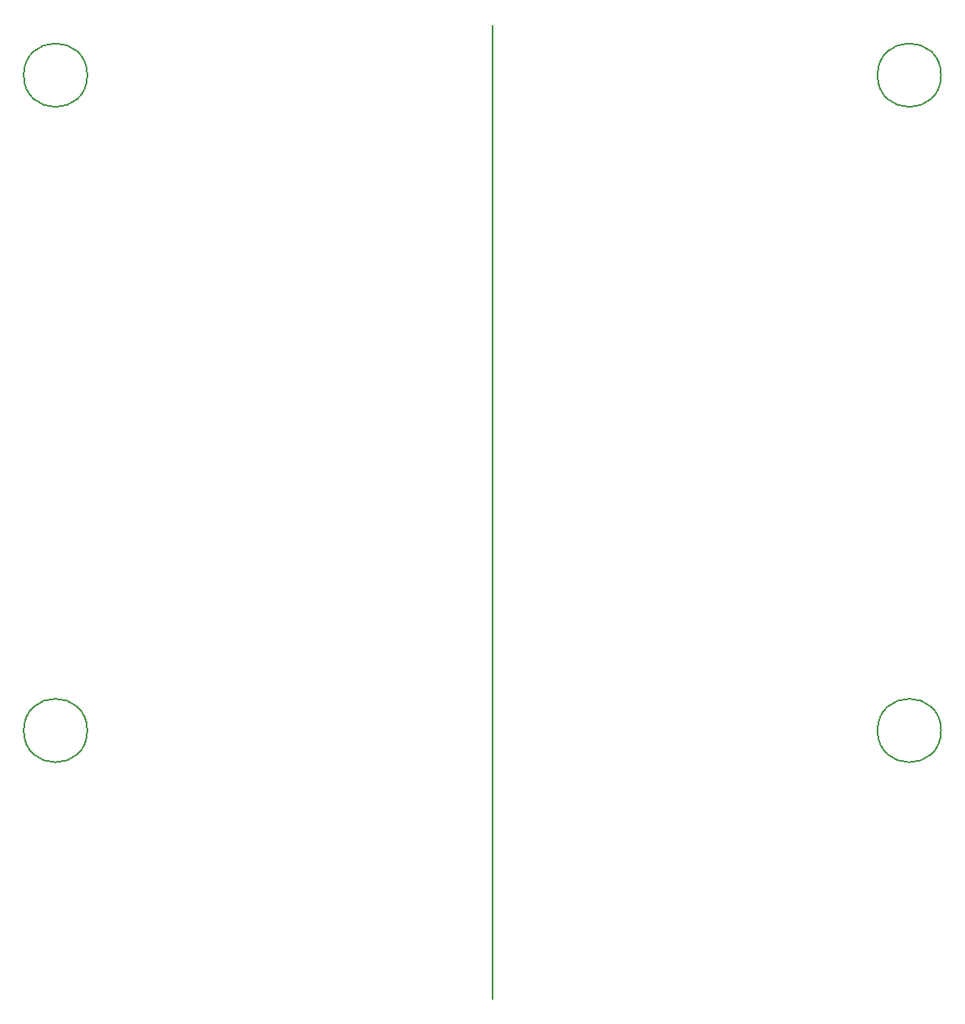
<source format=gbr>
G04 #@! TF.FileFunction,Other,Comment*
%FSLAX46Y46*%
G04 Gerber Fmt 4.6, Leading zero omitted, Abs format (unit mm)*
G04 Created by KiCad (PCBNEW 4.0.2-stable) date 30/01/2018 13:09:08*
%MOMM*%
G01*
G04 APERTURE LIST*
%ADD10C,0.100000*%
%ADD11C,0.200000*%
%ADD12C,0.150000*%
G04 APERTURE END LIST*
D10*
D11*
X123000000Y-36000000D02*
X123000000Y-134000000D01*
D12*
X82200000Y-41000000D02*
G75*
G03X82200000Y-41000000I-3200000J0D01*
G01*
X168200000Y-41000000D02*
G75*
G03X168200000Y-41000000I-3200000J0D01*
G01*
X168200000Y-107000000D02*
G75*
G03X168200000Y-107000000I-3200000J0D01*
G01*
X82200000Y-107000000D02*
G75*
G03X82200000Y-107000000I-3200000J0D01*
G01*
M02*

</source>
